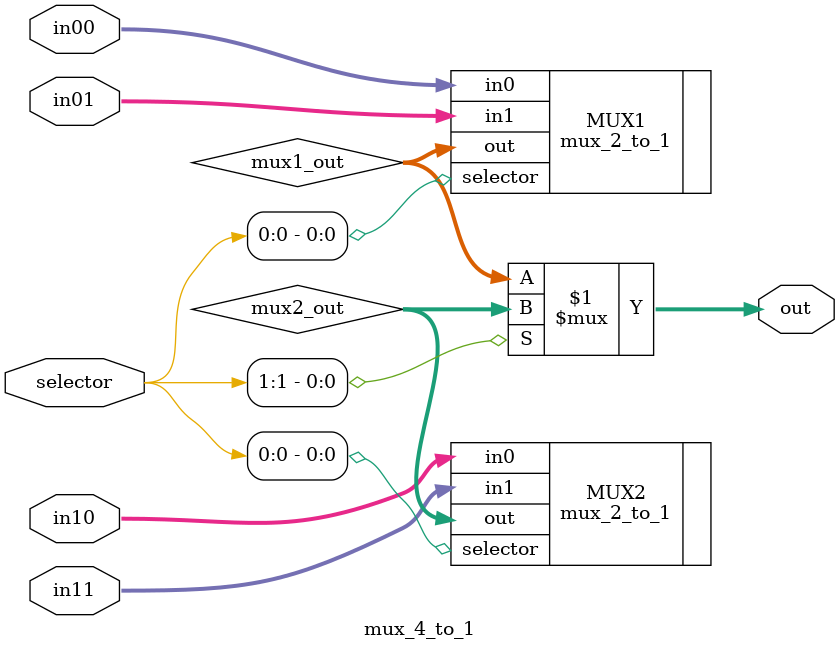
<source format=v>
`timescale 1ns / 1ps
`default_nettype none //helps catch typo-related bugs
module mux_4_to_1(selector, in00, in01, in10, in11, out);

	//parameter definitions
	parameter N = 32;

	//port definitions - customize for different bit widths
	input wire [1:0] selector;
	input wire [N-1:0] in00, in01, in10, in11;

	wire [N-1:0] mux1_out, mux2_out;

	output wire [N-1:0] out;

	mux_2_to_1 #(.N(N)) MUX1 (	.selector(selector[0]),
								.in0(in00),
								.in1(in01),
								.out(mux1_out));

	mux_2_to_1 #(.N(N)) MUX2 (	.selector(selector[0]),
								.in0(in10),
								.in1(in11),
								.out(mux2_out));

	assign out = selector[1] ? mux2_out : mux1_out;


endmodule
`default_nettype wire //some Xilinx IP requires that the default_nettype be set to wire

</source>
